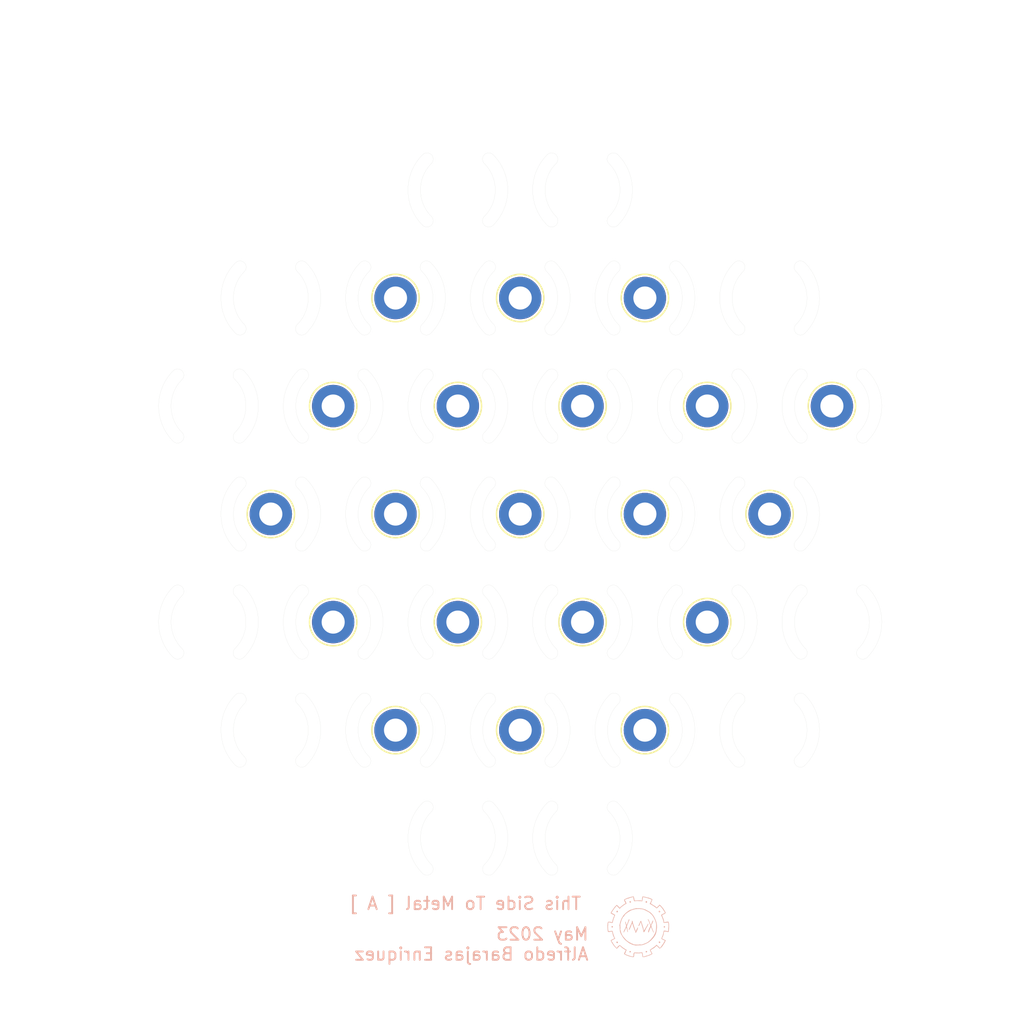
<source format=kicad_pcb>
(kicad_pcb (version 20221018) (generator pcbnew)
  (layers (0 "F.Cu" signal) (31 "B.Cu" signal) (34 "B.Paste" user) (35 "F.Paste" user) (36 "B.SilkS" user "B.Silkscreen") (37 "F.SilkS" user "F.Silkscreen") (38 "B.Mask" user) (39 "F.Mask" user) (44 "Edge.Cuts" user))
  (net 0 "")
  (footprint "TestPoint:TestPoint_Loop_D2.50mm_Drill1.85mm" (layer "F.Cu") (at 65.276263 53.878737)
    (fp_text reference "CH10" hide)
    (fp_text value "READOUT")
    (pad "1" thru_hole circle (at 0 0) (size 3.4 3.4) (drill 1.85) (layers "*.Cu" "*.Mask"))
  )
  (footprint "TestPoint:TestPoint_Loop_D2.50mm_Drill1.85mm" (layer "F.Cu") (at 50.276263 62.538737)
    (fp_text reference "CH12" hide)
    (fp_text value "READOUT")
    (pad "1" thru_hole circle (at 0 0) (size 3.4 3.4) (drill 1.85) (layers "*.Cu" "*.Mask"))
  )
  (footprint "TestPoint:TestPoint_Loop_D2.50mm_Drill1.85mm" (layer "F.Cu") (at 35.276263 53.878737)
    (fp_text reference "CH1" hide)
    (fp_text value "READOUT")
    (pad "1" thru_hole circle (at 0 0) (size 3.4 3.4) (drill 1.85) (layers "*.Cu" "*.Mask"))
  )
  (footprint "TestPoint:TestPoint_Loop_D2.50mm_Drill1.85mm" (layer "F.Cu") (at 40.276263 62.538737)
    (fp_text reference "CH1" hide)
    (fp_text value "READOUT")
    (pad "1" thru_hole circle (at 0 0) (size 3.4 3.4) (drill 1.85) (layers "*.Cu" "*.Mask"))
  )
  (footprint "TestPoint:TestPoint_Loop_D2.50mm_Drill1.85mm" (layer "F.Cu") (at 60.276263 62.538737)
    (fp_text reference "CH13" hide)
    (fp_text value "READOUT")
    (pad "1" thru_hole circle (at 0 0) (size 3.4 3.4) (drill 1.85) (layers "*.Cu" "*.Mask"))
  )
  (footprint "TestPoint:TestPoint_Loop_D2.50mm_Drill1.85mm" (layer "F.Cu") (at 75.276263 53.878737)
    (fp_text reference "CH11" hide)
    (fp_text value "READOUT")
    (pad "1" thru_hole circle (at 0 0) (size 3.4 3.4) (drill 1.85) (layers "*.Cu" "*.Mask"))
  )
  (footprint "TestPoint:TestPoint_Loop_D2.50mm_Drill1.85mm" (layer "F.Cu") (at 55.276263 53.878737)
    (fp_text reference "CH9" hide)
    (fp_text value "READOUT")
    (pad "1" thru_hole circle (at 0 0) (size 3.4 3.4) (drill 1.85) (layers "*.Cu" "*.Mask"))
  )
  (footprint "TestPoint:TestPoint_Loop_D2.50mm_Drill1.85mm" (layer "F.Cu") (at 65.276263 36.558737)
    (fp_text reference "CH3" hide)
    (fp_text value "READOUT")
    (pad "1" thru_hole circle (at 0 0) (size 3.4 3.4) (drill 1.85) (layers "*.Cu" "*.Mask"))
  )
  (footprint "TestPoint:TestPoint_Loop_D2.50mm_Drill1.85mm" (layer "F.Cu") (at 55.276263 36.558737)
    (fp_text reference "CH2" hide)
    (fp_text value "READOUT")
    (pad "1" thru_hole circle (at 0 0) (size 3.4 3.4) (drill 1.85) (layers "*.Cu" "*.Mask"))
  )
  (footprint "TestPoint:TestPoint_Loop_D2.50mm_Drill1.85mm" (layer "F.Cu") (at 45.276263 71.198737)
    (fp_text reference "CH1" hide)
    (fp_text value "READOUT")
    (pad "1" thru_hole circle (at 0 0) (size 3.4 3.4) (drill 1.85) (layers "*.Cu" "*.Mask"))
  )
  (footprint "TestPoint:TestPoint_Loop_D2.50mm_Drill1.85mm" (layer "F.Cu") (at 60.276263 45.218737)
    (fp_text reference "CH5" hide)
    (fp_text value "READOUT")
    (pad "1" thru_hole circle (at 0 0) (size 3.4 3.4) (drill 1.85) (layers "*.Cu" "*.Mask"))
  )
  (footprint "TestPoint:TestPoint_Loop_D2.50mm_Drill1.85mm" (layer "F.Cu") (at 50.276263 45.218737)
    (fp_text reference "CH4" hide)
    (fp_text value "READOUT")
    (pad "1" thru_hole circle (at 0 0) (size 3.4 3.4) (drill 1.85) (layers "*.Cu" "*.Mask"))
  )
  (footprint "TestPoint:TestPoint_Loop_D2.50mm_Drill1.85mm" (layer "F.Cu") (at 70.276263 62.538737)
    (fp_text reference "CH14" hide)
    (fp_text value "READOUT")
    (pad "1" thru_hole circle (at 0 0) (size 3.4 3.4) (drill 1.85) (layers "*.Cu" "*.Mask"))
  )
  (footprint "TestPoint:TestPoint_Loop_D2.50mm_Drill1.85mm" (layer "F.Cu") (at 80.276263 45.218737)
    (fp_text reference "CH7" hide)
    (fp_text value "READOUT")
    (pad "1" thru_hole circle (at 0 0) (size 3.4 3.4) (drill 1.85) (layers "*.Cu" "*.Mask"))
  )
  (footprint "TestPoint:TestPoint_Loop_D2.50mm_Drill1.85mm" (layer "F.Cu") (at 55.276263 71.198737)
    (fp_text reference "CH15" hide)
    (fp_text value "READOUT")
    (pad "1" thru_hole circle (at 0 0) (size 3.4 3.4) (drill 1.85) (layers "*.Cu" "*.Mask"))
  )
  (footprint "TestPoint:TestPoint_Loop_D2.50mm_Drill1.85mm" (layer "F.Cu") (at 45.276263 53.878737)
    (fp_text reference "CH8" hide)
    (fp_text value "READOUT")
    (pad "1" thru_hole circle (at 0 0) (size 3.4 3.4) (drill 1.85) (layers "*.Cu" "*.Mask"))
  )
  (footprint "TestPoint:TestPoint_Loop_D2.50mm_Drill1.85mm" (layer "F.Cu") (at 65.276263 71.198737)
    (fp_text reference "CH16" hide)
    (fp_text value "READOUT")
    (pad "1" thru_hole circle (at 0 0) (size 3.4 3.4) (drill 1.85) (layers "*.Cu" "*.Mask"))
  )
  (footprint "TestPoint:TestPoint_Loop_D2.50mm_Drill1.85mm" (layer "F.Cu") (at 40.276263 45.218737)
    (fp_text reference "CH1" hide)
    (fp_text value "READOUT")
    (pad "1" thru_hole circle (at 0 0) (size 3.4 3.4) (drill 1.85) (layers "*.Cu" "*.Mask"))
  )
  (footprint "TestPoint:TestPoint_Loop_D2.50mm_Drill1.85mm" (layer "F.Cu") (at 70.276263 45.218737)
    (fp_text reference "CH6" hide)
    (fp_text value "READOUT")
    (pad "1" thru_hole circle (at 0 0) (size 3.4 3.4) (drill 1.85) (layers "*.Cu" "*.Mask"))
  )
  (footprint "TestPoint:TestPoint_Loop_D2.50mm_Drill1.85mm" (layer "F.Cu") (at 45.276263 36.558737)
    (fp_text reference "CH1" hide)
    (fp_text value "READOUT")
    (pad "1" thru_hole circle (at 0 0) (size 3.4 3.4) (drill 1.85) (layers "*.Cu" "*.Mask"))
  )
  (footprint "LOGO" (layer "B.Cu") (at 64.741641 86.928581 180)
    (fp_text reference "G***" hide)
    (fp_text value "LOGO" hide)
  )
  (gr_arc (start 42.448106 68.370578) (mid 43.155212 68.370578) (end 43.155212 69.077684) (stroke (width 0.01)) (layer "Edge.Cuts"))
  (gr_arc (start 47.397964 34.437261) (mid 47.397964 33.730155) (end 48.10507 33.730155) (stroke (width 0.01)) (layer "Edge.Cuts"))
  (gr_arc (start 63.155323 73.319901) (mid 63.155323 74.027119) (end 62.448105 74.027119) (stroke (width 0.01)) (layer "Edge.Cuts"))
  (gr_arc (start 78.105071 74.027543) (mid 77.397853 74.027543) (end 77.397853 73.320325) (stroke (width 0.01)) (layer "Edge.Cuts"))
  (gr_arc (start 43.105071 48.047543) (mid 42.397853 48.047543) (end 42.397853 47.340325) (stroke (width 0.01)) (layer "Edge.Cuts"))
  (gr_arc (start 58.105069 56.707543) (mid 57.397851 56.707543) (end 57.397851 56.000325) (stroke (width 0.01)) (layer "Edge.Cuts"))
  (gr_arc (start 73.155323 55.999901) (mid 72.276643 53.878581) (end 73.155323 51.757261) (stroke (width 0.01)) (layer "Edge.Cuts"))
  (gr_arc (start 52.448107 74.026895) (mid 51.276645 71.198737) (end 52.448107 68.370579) (stroke (width 0.01)) (layer "Edge.Cuts"))
  (gr_arc (start 58.155323 64.659901) (mid 57.276643 62.538581) (end 58.155323 60.417261) (stroke (width 0.01)) (layer "Edge.Cuts"))
  (gr_arc (start 63.105071 48.047543) (mid 62.397853 48.047543) (end 62.397853 47.340325) (stroke (width 0.01)) (layer "Edge.Cuts"))
  (gr_arc (start 63.155323 38.679901) (mid 62.276643 36.558581) (end 63.155323 34.437261) (stroke (width 0.01)) (layer "Edge.Cuts"))
  (gr_arc (start 78.105069 51.050155) (mid 79.276642 53.878581) (end 78.105069 56.707007) (stroke (width 0.01)) (layer "Edge.Cuts"))
  (gr_arc (start 63.105071 30.727543) (mid 62.397853 30.727543) (end 62.397853 30.020325) (stroke (width 0.01)) (layer "Edge.Cuts"))
  (gr_arc (start 42.397852 60.41715) (mid 43.276642 62.538737) (end 42.397852 64.660324) (stroke (width 0.01)) (layer "Edge.Cuts"))
  (gr_arc (start 82.397964 43.097261) (mid 82.397964 42.390155) (end 83.10507 42.390155) (stroke (width 0.01)) (layer "Edge.Cuts"))
  (gr_arc (start 68.155323 47.339901) (mid 67.276643 45.218581) (end 68.155323 43.097261) (stroke (width 0.01)) (layer "Edge.Cuts"))
  (gr_arc (start 67.397964 51.757261) (mid 67.397964 51.050155) (end 68.10507 51.050155) (stroke (width 0.01)) (layer "Edge.Cuts"))
  (gr_arc (start 57.397964 34.437261) (mid 57.397964 33.730155) (end 58.10507 33.730155) (stroke (width 0.01)) (layer "Edge.Cuts"))
  (gr_arc (start 32.448106 33.730578) (mid 33.155212 33.730578) (end 33.155212 34.437684) (stroke (width 0.01)) (layer "Edge.Cuts"))
  (gr_arc (start 37.448106 42.390578) (mid 38.155212 42.390578) (end 38.155212 43.097684) (stroke (width 0.01)) (layer "Edge.Cuts"))
  (gr_circle (center 85.587152 71.378737) (end 88.587152 71.378737) (stroke (width 0.001)) (fill none) (layer "Edge.Cuts"))
  (gr_arc (start 62.448107 39.386895) (mid 61.276645 36.558737) (end 62.448107 33.730579) (stroke (width 0.01)) (layer "Edge.Cuts"))
  (gr_arc (start 57.448106 59.710578) (mid 58.155212 59.710578) (end 58.155212 60.417684) (stroke (width 0.01)) (layer "Edge.Cuts"))
  (gr_arc (start 68.105069 51.050155) (mid 69.276642 53.878581) (end 68.105069 56.707007) (stroke (width 0.01)) (layer "Edge.Cuts"))
  (gr_arc (start 72.397964 43.097261) (mid 72.397964 42.390155) (end 73.10507 42.390155) (stroke (width 0.01)) (layer "Edge.Cuts"))
  (gr_arc (start 83.105069 59.710155) (mid 84.276642 62.538581) (end 83.105069 65.367007) (stroke (width 0.01)) (layer "Edge.Cuts"))
  (gr_arc (start 38.105069 33.730155) (mid 39.276642 36.558581) (end 38.105069 39.387007) (stroke (width 0.01)) (layer "Edge.Cuts"))
  (gr_arc (start 53.105071 65.367543) (mid 52.397853 65.367543) (end 52.397853 64.660325) (stroke (width 0.01)) (layer "Edge.Cuts"))
  (gr_arc (start 67.397852 69.07715) (mid 68.276642 71.198737) (end 67.397852 73.320324) (stroke (width 0.01)) (layer "Edge.Cuts"))
  (gr_arc (start 38.155323 64.659901) (mid 38.155323 65.367119) (end 37.448105 65.367119) (stroke (width 0.01)) (layer "Edge.Cuts"))
  (gr_arc (start 53.155323 73.319901) (mid 53.155323 74.027119) (end 52.448105 74.027119) (stroke (width 0.01)) (layer "Edge.Cuts"))
  (gr_arc (start 52.448107 39.386895) (mid 51.276645 36.558737) (end 52.448107 33.730579) (stroke (width 0.01)) (layer "Edge.Cuts"))
  (gr_arc (start 43.155323 38.679901) (mid 42.276643 36.558581) (end 43.155323 34.437261) (stroke (width 0.01)) (layer "Edge.Cuts"))
  (gr_arc (start 67.448106 42.390578) (mid 68.155212 42.390578) (end 68.155212 43.097684) (stroke (width 0.01)) (layer "Edge.Cuts"))
  (gr_arc (start 48.155323 81.979901) (mid 48.155323 82.687119) (end 47.448105 82.687119) (stroke (width 0.01)) (layer "Edge.Cuts"))
  (gr_arc (start 48.105071 74.027543) (mid 47.397853 74.027543) (end 47.397853 73.320325) (stroke (width 0.01)) (layer "Edge.Cuts"))
  (gr_arc (start 38.105069 51.050155) (mid 39.276642 53.878581) (end 38.105069 56.707007) (stroke (width 0.01)) (layer "Edge.Cuts"))
  (gr_arc (start 47.448107 65.366895) (mid 46.276645 62.538737) (end 47.448107 59.710579) (stroke (width 0.01)) (layer "Edge.Cuts"))
  (gr_arc (start 62.448106 51.050578) (mid 63.155212 51.050578) (end 63.155212 51.757684) (stroke (width 0.01)) (layer "Edge.Cuts"))
  (gr_arc (start 72.397964 60.417261) (mid 72.397964 59.710155) (end 73.10507 59.710155) (stroke (width 0.01)) (layer "Edge.Cuts"))
  (gr_arc (start 47.397964 69.077261) (mid 47.397964 68.370155) (end 48.10507 68.370155) (stroke (width 0.01)) (layer "Edge.Cuts"))
  (gr_arc (start 42.448106 33.730578) (mid 43.155212 33.730578) (end 43.155212 34.437684) (stroke (width 0.01)) (layer "Edge.Cuts"))
  (gr_arc (start 62.397852 60.41715) (mid 63.276642 62.538737) (end 62.397852 64.660324) (stroke (width 0.01)) (layer "Edge.Cuts"))
  (gr_arc (start 37.448106 59.710578) (mid 38.155212 59.710578) (end 38.155212 60.417684) (stroke (width 0.01)) (layer "Edge.Cuts"))
  (gr_arc (start 58.155323 30.019901) (mid 57.276643 27.898581) (end 58.155323 25.777261) (stroke (width 0.01)) (layer "Edge.Cuts"))
  (gr_arc (start 43.105069 42.390155) (mid 44.276642 45.218581) (end 43.105069 48.047007) (stroke (width 0.01)) (layer "Edge.Cuts"))
  (gr_arc (start 63.105069 59.710155) (mid 64.276642 62.538581) (end 63.105069 65.367007) (stroke (width 0.01)) (layer "Edge.Cuts"))
  (gr_arc (start 63.105071 65.367543) (mid 62.397853 65.367543) (end 62.397853 64.660325) (stroke (width 0.01)) (layer "Edge.Cuts"))
  (gr_arc (start 63.155323 38.679901) (mid 63.155323 39.387119) (end 62.448105 39.387119) (stroke (width 0.01)) (layer "Edge.Cuts"))
  (gr_arc (start 37.397852 34.43715) (mid 38.276642 36.558737) (end 37.397852 38.680324) (stroke (width 0.01)) (layer "Edge.Cuts"))
  (gr_arc (start 73.105071 65.367543) (mid 72.397853 65.367543) (end 72.397853 64.660325) (stroke (width 0.01)) (layer "Edge.Cuts"))
  (gr_arc (start 77.448107 65.366895) (mid 76.276645 62.538737) (end 77.448107 59.710579) (stroke (width 0.01)) (layer "Edge.Cuts"))
  (gr_arc (start 32.448107 39.386895) (mid 31.276645 36.558737) (end 32.448107 33.730579) (stroke (width 0.01)) (layer "Edge.Cuts"))
  (gr_arc (start 73.105071 48.047543) (mid 72.397853 48.047543) (end 72.397853 47.340325) (stroke (width 0.01)) (layer "Edge.Cuts"))
  (gr_arc (start 67.448107 48.046895) (mid 66.276645 45.218737) (end 67.448107 42.390579) (stroke (width 0.01)) (layer "Edge.Cuts"))
  (gr_arc (start 38.105071 56.707543) (mid 37.397853 56.707543) (end 37.397853 56.000325) (stroke (width 0.01)) (layer "Edge.Cuts"))
  (gr_arc (start 42.448107 74.026895) (mid 41.276645 71.198737) (end 42.448107 68.370579) (stroke (width 0.01)) (layer "Edge.Cuts"))
  (gr_arc (start 48.155323 30.019901) (mid 47.276643 27.898581) (end 48.155323 25.777261) (stroke (width 0.01)) (layer "Edge.Cuts"))
  (gr_arc (start 77.397852 51.75715) (mid 78.276642 53.878737) (end 77.397852 56.000324) (stroke (width 0.01)) (layer "Edge.Cuts"))
  (gr_arc (start 47.448106 59.710578) (mid 48.155212 59.710578) (end 48.155212 60.417684) (stroke (width 0.01)) (layer "Edge.Cuts"))
  (gr_arc (start 52.397852 43.09715) (mid 53.276642 45.218737) (end 52.397852 47.340324) (stroke (width 0.01)) (layer "Edge.Cuts"))
  (gr_arc (start 57.448106 77.030578) (mid 58.155212 77.030578) (end 58.155212 77.737684) (stroke (width 0.01)) (layer "Edge.Cuts"))
  (gr_arc (start 52.448105 56.706895) (mid 51.276643 53.878737) (end 52.448105 51.050579) (stroke (width 0.01)) (layer "Edge.Cuts"))
  (gr_arc (start 47.448107 48.046895) (mid 46.276645 45.218737) (end 47.448107 42.390579) (stroke (width 0.01)) (layer "Edge.Cuts"))
  (gr_arc (start 42.448107 39.386895) (mid 41.276645 36.558737) (end 42.448107 33.730579) (stroke (width 0.01)) (layer "Edge.Cuts"))
  (gr_arc (start 53.155321 55.999901) (mid 53.155321 56.707119) (end 52.448103 56.707119) (stroke (width 0.01)) (layer "Edge.Cuts"))
  (gr_arc (start 42.397964 43.097261) (mid 42.397964 42.390155) (end 43.10507 42.390155) (stroke (width 0.01)) (layer "Edge.Cuts"))
  (gr_arc (start 73.105069 59.710155) (mid 74.276642 62.538581) (end 73.105069 65.367007) (stroke (width 0.01)) (layer "Edge.Cuts"))
  (gr_arc (start 57.397852 34.43715) (mid 58.276642 36.558737) (end 57.397852 38.680324) (stroke (width 0.01)) (layer "Edge.Cuts"))
  (gr_arc (start 48.105071 39.387543) (mid 47.397853 39.387543) (end 47.397853 38.680325) (stroke (width 0.01)) (layer "Edge.Cuts"))
  (gr_arc (start 62.448106 33.730578) (mid 63.155212 33.730578) (end 63.155212 34.437684) (stroke (width 0.01)) (layer "Edge.Cuts"))
  (gr_arc (start 43.105071 65.367543) (mid 42.397853 65.367543) (end 42.397853 64.660325) (stroke (width 0.01)) (layer "Edge.Cuts"))
  (gr_arc (start 32.397852 60.41715) (mid 33.276642 62.538737) (end 32.397852 64.660324) (stroke (width 0.01)) (layer "Edge.Cuts"))
  (gr_arc (start 32.448106 51.050578) (mid 33.155212 51.050578) (end 33.155212 51.757684) (stroke (width 0.01)) (layer "Edge.Cuts"))
  (gr_arc (start 52.397964 43.097261) (mid 52.397964 42.390155) (end 53.10507 42.390155) (stroke (width 0.01)) (layer "Edge.Cuts"))
  (gr_arc (start 32.397964 43.097261) (mid 32.397964 42.390155) (end 33.10507 42.390155) (stroke (width 0.01)) (layer "Edge.Cuts"))
  (gr_arc (start 53.155323 38.679901) (mid 53.155323 39.387119) (end 52.448105 39.387119) (stroke (width 0.01)) (layer "Edge.Cuts"))
  (gr_arc (start 53.105071 82.687543) (mid 52.397853 82.687543) (end 52.397853 81.980325) (stroke (width 0.01)) (layer "Edge.Cuts"))
  (gr_arc (start 78.155323 64.659901) (mid 78.155323 65.367119) (end 77.448105 65.367119) (stroke (width 0.01)) (layer "Edge.Cuts"))
  (gr_arc (start 27.448107 65.366895) (mid 26.276645 62.538737) (end 27.448107 59.710579) (stroke (width 0.01)) (layer "Edge.Cuts"))
  (gr_arc (start 62.448107 74.026895) (mid 61.276645 71.198737) (end 62.448107 68.370579) (stroke (width 0.01)) (layer "Edge.Cuts"))
  (gr_arc (start 63.105069 25.070155) (mid 64.276642 27.898581) (end 63.105069 30.727007) (stroke (width 0.01)) (layer "Edge.Cuts"))
  (gr_arc (start 58.105071 39.387543) (mid 57.397853 39.387543) (end 57.397853 38.680325) (stroke (width 0.01)) (layer "Edge.Cuts"))
  (gr_arc (start 32.397852 43.09715) (mid 33.276642 45.218737) (end 32.397852 47.340324) (stroke (width 0.01)) (layer "Edge.Cuts"))
  (gr_arc (start 78.105069 68.370155) (mid 79.276642 71.198581) (end 78.105069 74.027007) (stroke (width 0.01)) (layer "Edge.Cuts"))
  (gr_arc (start 72.397852 43.09715) (mid 73.276642 45.218737) (end 72.397852 47.340324) (stroke (width 0.01)) (layer "Edge.Cuts"))
  (gr_arc (start 72.448107 39.386895) (mid 71.276645 36.558737) (end 72.448107 33.730579) (stroke (width 0.01)) (layer "Edge.Cuts"))
  (gr_arc (start 58.105071 74.027543) (mid 57.397853 74.027543) (end 57.397853 73.320325) (stroke (width 0.01)) (layer "Edge.Cuts"))
  (gr_arc (start 33.105069 42.390155) (mid 34.276642 45.218581) (end 33.105069 48.047007) (stroke (width 0.01)) (layer "Edge.Cuts"))
  (gr_arc (start 47.397852 51.75715) (mid 48.276642 53.878737) (end 47.397852 56.000324) (stroke (width 0.01)) (layer "Edge.Cuts"))
  (gr_arc (start 63.155323 55.999901) (mid 63.155323 56.707119) (end 62.448105 56.707119) (stroke (width 0.01)) (layer "Edge.Cuts"))
  (gr_arc (start 77.397852 34.43715) (mid 78.276642 36.558737) (end 77.397852 38.680324) (stroke (width 0.01)) (layer "Edge.Cuts"))
  (gr_arc (start 58.105067 51.050155) (mid 59.27664 53.878581) (end 58.105067 56.707007) (stroke (width 0.01)) (layer "Edge.Cuts"))
  (gr_arc (start 52.397852 77.73715) (mid 53.276642 79.858737) (end 52.397852 81.980324) (stroke (width 0.01)) (layer "Edge.Cuts"))
  (gr_arc (start 67.448106 59.710578) (mid 68.155212 59.710578) (end 68.155212 60.417684) (stroke (width 0.01)) (layer "Edge.Cuts"))
  (gr_arc (start 28.155323 64.659901) (mid 28.155323 65.367119) (end 27.448105 65.367119) (stroke (width 0.01)) (layer "Edge.Cuts"))
  (gr_arc (start 47.397964 51.757261) (mid 47.397964 51.050155) (end 48.10507 51.050155) (stroke (width 0.01)) (layer "Edge.Cuts"))
  (gr_arc (start 37.448107 48.046895) (mid 36.276645 45.218737) (end 37.448107 42.390579) (stroke (width 0.01)) (layer "Edge.Cuts"))
  (gr_arc (start 48.155323 47.339901) (mid 47.276643 45.218581) (end 48.155323 43.097261) (stroke (width 0.01)) (layer "Edge.Cuts"))
  (gr_arc (start 73.155323 38.679901) (mid 72.276643 36.558581) (end 73.155323 34.437261) (stroke (width 0.01)) (layer "Edge.Cuts"))
  (gr_arc (start 42.397852 43.09715) (mid 43.276642 45.218737) (end 42.397852 47.340324) (stroke (width 0.01)) (layer "Edge.Cuts"))
  (gr_arc (start 43.155323 55.999901) (mid 43.155323 56.707119) (end 42.448105 56.707119) (stroke (width 0.01)) (layer "Edge.Cuts"))
  (gr_arc (start 33.155323 38.679901) (mid 32.276643 36.558581) (end 33.155323 34.437261) (stroke (width 0.01)) (layer "Edge.Cuts"))
  (gr_arc (start 57.448107 65.366895) (mid 56.276645 62.538737) (end 57.448107 59.710579) (stroke (width 0.01)) (layer "Edge.Cuts"))
  (gr_arc (start 67.448107 65.366895) (mid 66.276645 62.538737) (end 67.448107 59.710579) (stroke (width 0.01)) (layer "Edge.Cuts"))
  (gr_arc (start 83.105069 42.390155) (mid 84.276642 45.218581) (end 83.105069 48.047007) (stroke (width 0.01)) (layer "Edge.Cuts"))
  (gr_arc (start 72.397852 60.41715) (mid 73.276642 62.538737) (end 72.397852 64.660324) (stroke (width 0.01)) (layer "Edge.Cuts"))
  (gr_arc (start 53.155323 38.679901) (mid 52.276643 36.558581) (end 53.155323 34.437261) (stroke (width 0.01)) (layer "Edge.Cuts"))
  (gr_arc (start 57.448107 30.726895) (mid 56.276645 27.898737) (end 57.448107 25.070579) (stroke (width 0.01)) (layer "Edge.Cuts"))
  (gr_arc (start 33.155323 55.999901) (mid 33.155323 56.707119) (end 32.448105 56.707119) (stroke (width 0.01)) (layer "Edge.Cuts"))
  (gr_arc (start 33.155323 38.679901) (mid 33.155323 39.387119) (end 32.448105 39.387119) (stroke (width 0.01)) (layer "Edge.Cuts"))
  (gr_arc (start 72.448106 33.730578) (mid 73.155212 33.730578) (end 73.155212 34.437684) (stroke (width 0.01)) (layer "Edge.Cuts"))
  (gr_arc (start 63.155323 73.319901) (mid 62.276643 71.198581) (end 63.155323 69.077261) (stroke (width 0.01)) (layer "Edge.Cuts"))
  (gr_arc (start 47.397852 34.43715) (mid 48.276642 36.558737) (end 47.397852 38.680324) (stroke (width 0.01)) (layer "Edge.Cuts"))
  (gr_arc (start 57.39785 51.75715) (mid 58.27664 53.878737) (end 57.39785 56.000324) (stroke (width 0.01)) (layer "Edge.Cuts"))
  (gr_arc (start 73.155323 38.679901) (mid 73.155323 39.387119) (end 72.448105 39.387119) (stroke (width 0.01)) (layer "Edge.Cuts"))
  (gr_arc (start 43.155323 73.319901) (mid 42.276643 71.198581) (end 43.155323 69.077261) (stroke (width 0.01)) (layer "Edge.Cuts"))
  (gr_arc (start 27.448106 59.710578) (mid 28.155212 59.710578) (end 28.155212 60.417684) (stroke (width 0.01)) (layer "Edge.Cuts"))
  (gr_arc (start 58.105069 68.370155) (mid 59.276642 71.198581) (end 58.105069 74.027007) (stroke (width 0.01)) (layer "Edge.Cuts"))
  (gr_arc (start 43.155323 55.999901) (mid 42.276643 53.878581) (end 43.155323 51.757261) (stroke (width 0.01)) (layer "Edge.Cuts"))
  (gr_arc (start 53.155323 73.319901) (mid 52.276643 71.198581) (end 53.155323 69.077261) (stroke (width 0.01)) (layer "Edge.Cuts"))
  (gr_arc (start 58.155323 47.339901) (mid 57.276643 45.218581) (end 58.155323 43.097261) (stroke (width 0.01)) (layer "Edge.Cuts"))
  (gr_arc (start 62.448106 68.370578) (mid 63.155212 68.370578) (end 63.155212 69.077684) (stroke (width 0.01)) (layer "Edge.Cuts"))
  (gr_arc (start 47.448107 30.726895) (mid 46.276645 27.898737) (end 47.448107 25.070579) (stroke (width 0.01)) (layer "Edge.Cuts"))
  (gr_arc (start 33.155323 73.319901) (mid 32.276643 71.198581) (end 33.155323 69.077261) (stroke (width 0.01)) (layer "Edge.Cuts"))
  (gr_arc (start 48.105069 33.730155) (mid 49.276642 36.558581) (end 48.105069 39.387007) (stroke (width 0.01)) (layer "Edge.Cuts"))
  (gr_arc (start 38.155323 47.339901) (mid 38.155323 48.047119) (end 37.448105 48.047119) (stroke (width 0.01)) (layer "Edge.Cuts"))
  (gr_arc (start 68.105069 33.730155) (mid 69.276642 36.558581) (end 68.105069 39.387007) (stroke (width 0.01)) (layer "Edge.Cuts"))
  (gr_arc (start 78.155323 47.339901) (mid 78.155323 48.047119) (end 77.448105 48.047119) (stroke (width 0.01)) (layer "Edge.Cuts"))
  (gr_arc (start 53.105069 25.070155) (mid 54.276642 27.898581) (end 53.105069 30.727007) (stroke (width 0.01)) (layer "Edge.Cuts"))
  (gr_arc (start 28.155323 64.659901) (mid 27.276643 62.538581) (end 28.155323 60.417261) (stroke (width 0.01)) (layer "Edge.Cuts"))
  (gr_arc (start 37.448107 65.366895) (mid 36.276645 62.538737) (end 37.448107 59.710579) (stroke (width 0.01)) (layer "Edge.Cuts"))
  (gr_arc (start 47.448107 82.686895) (mid 46.276645 79.858737) (end 47.448107 77.030579) (stroke (width 0.01)) (layer "Edge.Cuts"))
  (gr_arc (start 42.397964 60.417261) (mid 42.397964 59.710155) (end 43.10507 59.710155) (stroke (width 0.01)) (layer "Edge.Cuts"))
  (gr_arc (start 38.105069 68.370155) (mid 39.276642 71.198581) (end 38.105069 74.027007) (stroke (width 0.01)) (layer "Edge.Cuts"))
  (gr_arc (start 57.397852 69.07715) (mid 58.276642 71.198737) (end 57.397852 73.320324) (stroke (width 0.01)) (layer "Edge.Cuts"))
  (gr_arc (start 33.105071 48.047543) (mid 32.397853 48.047543) (end 32.397853 47.340325) (stroke (width 0.01)) (layer "Edge.Cuts"))
  (gr_arc (start 47.448106 77.030578) (mid 48.155212 77.030578) (end 48.155212 77.737684) (stroke (width 0.01)) (layer "Edge.Cuts"))
  (gr_arc (start 68.105071 74.027543) (mid 67.397853 74.027543) (end 67.397853 73.320325) (stroke (width 0.01)) (layer "Edge.Cuts"))
  (gr_arc (start 48.155323 47.339901) (mid 48.155323 48.047119) (end 47.448105 48.047119) (stroke (width 0.01)) (layer "Edge.Cuts"))
  (gr_arc (start 57.448107 48.046895) (mid 56.276645 45.218737) (end 57.448107 42.390579) (stroke (width 0.01)) (layer "Edge.Cuts"))
  (gr_arc (start 82.397852 43.09715) (mid 83.276642 45.218737) (end 82.397852 47.340324) (stroke (width 0.01)) (layer "Edge.Cuts"))
  (gr_arc (start 53.105071 30.727543) (mid 52.397853 30.727543) (end 52.397853 30.020325) (stroke (width 0.01)) (layer "Edge.Cuts"))
  (gr_arc (start 47.448106 25.070578) (mid 48.155212 25.070578) (end 48.155212 25.777684) (stroke (width 0.01)) (layer "Edge.Cuts"))
  (gr_arc (start 53.105069 42.390155) (mid 54.276642 45.218581) (end 53.105069 48.047007) (stroke (width 0.01)) (layer "Edge.Cuts"))
  (gr_arc (start 53.105069 77.030155) (mid 54.276642 79.858581) (end 53.105069 82.687007) (stroke (width 0.01)) (layer "Edge.Cuts"))
  (gr_arc (start 52.397852 60.41715) (mid 53.276642 62.538737) (end 52.397852 64.660324) (stroke (width 0.01)) (layer "Edge.Cuts"))
  (gr_arc (start 62.397852 25.77715) (mid 63.276642 27.898737) (end 62.397852 30.020324) (stroke (width 0.01)) (layer "Edge.Cuts"))
  (gr_arc (start 67.397964 69.077261) (mid 67.397964 68.370155) (end 68.10507 68.370155) (stroke (width 0.01)) (layer "Edge.Cuts"))
  (gr_arc (start 33.155323 55.999901) (mid 32.276643 53.878581) (end 33.155323 51.757261) (stroke (width 0.01)) (layer "Edge.Cuts"))
  (gr_arc (start 53.155321 55.999901) (mid 52.276641 53.878581) (end 53.155321 51.757261) (stroke (width 0.01)) (layer "Edge.Cuts"))
  (gr_arc (start 38.105071 74.027543) (mid 37.397853 74.027543) (end 37.397853 73.320325) (stroke (width 0.01)) (layer "Edge.Cuts"))
  (gr_arc (start 42.448107 56.706895) (mid 41.276645 53.878737) (end 42.448107 51.050579) (stroke (width 0.01)) (layer "Edge.Cuts"))
  (gr_arc (start 37.397852 51.75715) (mid 38.276642 53.878737) (end 37.397852 56.000324) (stroke (width 0.01)) (layer "Edge.Cuts"))
  (gr_circle (center 24.965374 71.378737) (end 27.965374 71.378737) (stroke (width 0.001)) (fill none) (layer "Edge.Cuts"))
  (gr_arc (start 62.397964 60.417261) (mid 62.397964 59.710155) (end 63.10507 59.710155) (stroke (width 0.01)) (layer "Edge.Cuts"))
  (gr_arc (start 67.397964 34.437261) (mid 67.397964 33.730155) (end 68.10507 33.730155) (stroke (width 0.01)) (layer "Edge.Cuts"))
  (gr_arc (start 52.397852 25.77715) (mid 53.276642 27.898737) (end 52.397852 30.020324) (stroke (width 0.01)) (layer "Edge.Cuts"))
  (gr_circle (center 55.276263 18.878737) (end 58.276263 18.878737) (stroke (width 0.001)) (fill none) (layer "Edge.Cuts"))
  (gr_arc (start 68.105071 39.387543) (mid 67.397853 39.387543) (end 67.397853 38.680325) (stroke (width 0.01)) (layer "Edge.Cuts"))
  (gr_arc (start 77.397964 34.437261) (mid 77.397964 33.730155) (end 78.10507 33.730155) (stroke (width 0.01)) (layer "Edge.Cuts"))
  (gr_arc (start 52.448104 51.050578) (mid 53.15521 51.050578) (end 53.15521 51.757684) (stroke (width 0.01)) (layer "Edge.Cuts"))
  (gr_arc (start 62.397964 43.097261) (mid 62.397964 42.390155) (end 63.10507 42.390155) (stroke (width 0.01)) (layer "Edge.Cuts"))
  (gr_arc (start 53.105071 48.047543) (mid 52.397853 48.047543) (end 52.397853 47.340325) (stroke (width 0.01)) (layer "Edge.Cuts"))
  (gr_arc (start 48.155323 81.979901) (mid 47.276643 79.858581) (end 48.155323 77.737261) (stroke (width 0.01)) (layer "Edge.Cuts"))
  (gr_arc (start 27.448106 42.390578) (mid 28.155212 42.390578) (end 28.155212 43.097684) (stroke (width 0.01)) (layer "Edge.Cuts"))
  (gr_arc (start 37.397964 69.077261) (mid 37.397964 68.370155) (end 38.10507 68.370155) (stroke (width 0.01)) (layer "Edge.Cuts"))
  (gr_arc (start 82.397852 60.41715) (mid 83.276642 62.538737) (end 82.397852 64.660324) (stroke (width 0.01)) (layer "Edge.Cuts"))
  (gr_arc (start 37.397964 34.437261) (mid 37.397964 33.730155) (end 38.10507 33.730155) (stroke (width 0.01)) (layer "Edge.Cuts"))
  (gr_circle (center 55.276263 53.878737) (end 95.276263 53.878737) (stroke (width 0.001)) (fill none) (layer "Edge.Cuts"))
  (gr_arc (start 63.105069 42.390155) (mid 64.276642 45.218581) (end 63.105069 48.047007) (stroke (width 0.01)) (layer "Edge.Cuts"))
  (gr_arc (start 83.105071 65.367543) (mid 82.397853 65.367543) (end 82.397853 64.660325) (stroke (width 0.01)) (layer "Edge.Cuts"))
  (gr_arc (start 68.105071 56.707543) (mid 67.397853 56.707543) (end 67.397853 56.000325) (stroke (width 0.01)) (layer "Edge.Cuts"))
  (gr_arc (start 53.105069 59.710155) (mid 54.276642 62.538581) (end 53.105069 65.367007) (stroke (width 0.01)) (layer "Edge.Cuts"))
  (gr_arc (start 32.397964 60.417261) (mid 32.397964 59.710155) (end 33.10507 59.710155) (stroke (width 0.01)) (layer "Edge.Cuts"))
  (gr_arc (start 57.448106 42.390578) (mid 58.155212 42.390578) (end 58.155212 43.097684) (stroke (width 0.01)) (layer "Edge.Cuts"))
  (gr_arc (start 47.397852 69.07715) (mid 48.276642 71.198737) (end 47.397852 73.320324) (stroke (width 0.01)) (layer "Edge.Cuts"))
  (gr_arc (start 58.105069 33.730155) (mid 59.276642 36.558581) (end 58.105069 39.387007) (stroke (width 0.01)) (layer "Edge.Cuts"))
  (gr_arc (start 77.448107 48.046895) (mid 76.276645 45.218737) (end 77.448107 42.390579) (stroke (width 0.01)) (layer "Edge.Cuts"))
  (gr_arc (start 68.105069 68.370155) (mid 69.276642 71.198581) (end 68.105069 74.027007) (stroke (width 0.01)) (layer "Edge.Cuts"))
  (gr_arc (start 78.105069 33.730155) (mid 79.276642 36.558581) (end 78.105069 39.387007) (stroke (width 0.01)) (layer "Edge.Cuts"))
  (gr_arc (start 63.155323 55.999901) (mid 62.276643 53.878581) (end 63.155323 51.757261) (stroke (width 0.01)) (layer "Edge.Cuts"))
  (gr_arc (start 32.448106 68.370578) (mid 33.155212 68.370578) (end 33.155212 69.077684) (stroke (width 0.01)) (layer "Edge.Cuts"))
  (gr_arc (start 58.155323 47.339901) (mid 58.155323 48.047119) (end 57.448105 48.047119) (stroke (width 0.01)) (layer "Edge.Cuts"))
  (gr_arc (start 62.397852 77.73715) (mid 63.276642 79.858737) (end 62.397852 81.980324) (stroke (width 0.01)) (layer "Edge.Cuts"))
  (gr_arc (start 28.155323 47.339901) (mid 28.155323 48.047119) (end 27.448105 48.047119) (stroke (width 0.01)) (layer "Edge.Cuts"))
  (gr_arc (start 37.397964 51.757261) (mid 37.397964 51.050155) (end 38.10507 51.050155) (stroke (width 0.01)) (layer "Edge.Cuts"))
  (gr_arc (start 78.155323 47.339901) (mid 77.276643 45.218581) (end 78.155323 43.097261) (stroke (width 0.01)) (layer "Edge.Cuts"))
  (gr_arc (start 28.155323 47.339901) (mid 27.276643 45.218581) (end 28.155323 43.097261) (stroke (width 0.01)) (layer "Edge.Cuts"))
  (gr_arc (start 38.105071 39.387543) (mid 37.397853 39.387543) (end 37.397853 38.680325) (stroke (width 0.01)) (layer "Edge.Cuts"))
  (gr_arc (start 32.448107 74.026895) (mid 31.276645 71.198737) (end 32.448107 68.370579) (stroke (width 0.01)) (layer "Edge.Cuts"))
  (gr_arc (start 52.448106 33.730578) (mid 53.155212 33.730578) (end 53.155212 34.437684) (stroke (width 0.01)) (layer "Edge.Cuts"))
  (gr_arc (start 52.397964 60.417261) (mid 52.397964 59.710155) (end 53.10507 59.710155) (stroke (width 0.01)) (layer "Edge.Cuts"))
  (gr_arc (start 52.397964 25.777261) (mid 52.397964 25.070155) (end 53.10507 25.070155) (stroke (width 0.01)) (layer "Edge.Cuts"))
  (gr_arc (start 33.105071 65.367543) (mid 32.397853 65.367543) (end 32.397853 64.660325) (stroke (width 0.01)) (layer "Edge.Cuts"))
  (gr_arc (start 48.105069 68.370155) (mid 49.276642 71.198581) (end 48.105069 74.027007) (stroke (width 0.01)) (layer "Edge.Cuts"))
  (gr_arc (start 63.105069 77.030155) (mid 64.276642 79.858581) (end 63.105069 82.687007) (stroke (width 0.01)) (layer "Edge.Cuts"))
  (gr_arc (start 63.105071 82.687543) (mid 62.397853 82.687543) (end 62.397853 81.980325) (stroke (width 0.01)) (layer "Edge.Cuts"))
  (gr_arc (start 72.448107 56.706895) (mid 71.276645 53.878737) (end 72.448107 51.050579) (stroke (width 0.01)) (layer "Edge.Cuts"))
  (gr_arc (start 58.155323 64.659901) (mid 58.155323 65.367119) (end 57.448105 65.367119) (stroke (width 0.01)) (layer "Edge.Cuts"))
  (gr_arc (start 33.155323 73.319901) (mid 33.155323 74.027119) (end 32.448105 74.027119) (stroke (width 0.01)) (layer "Edge.Cuts"))
  (gr_arc (start 62.448107 56.706895) (mid 61.276645 53.878737) (end 62.448107 51.050579) (stroke (width 0.01)) (layer "Edge.Cuts"))
  (gr_arc (start 67.397852 51.75715) (mid 68.276642 53.878737) (end 67.397852 56.000324) (stroke (width 0.01)) (layer "Edge.Cuts"))
  (gr_arc (start 48.105069 51.050155) (mid 49.276642 53.878581) (end 48.105069 56.707007) (stroke (width 0.01)) (layer "Edge.Cuts"))
  (gr_arc (start 73.155323 55.999901) (mid 73.155323 56.707119) (end 72.448105 56.707119) (stroke (width 0.01)) (layer "Edge.Cuts"))
  (gr_arc (start 83.105071 48.047543) (mid 82.397853 48.047543) (end 82.397853 47.340325) (stroke (width 0.01)) (layer "Edge.Cuts"))
  (gr_arc (start 73.155323 73.319901) (mid 72.276643 71.198581) (end 73.155323 69.077261) (stroke (width 0.01)) (layer "Edge.Cuts"))
  (gr_arc (start 77.448106 42.390578) (mid 78.155212 42.390578) (end 78.155212 43.097684) (stroke (width 0.01)) (layer "Edge.Cuts"))
  (gr_arc (start 57.397962 51.757261) (mid 57.397962 51.050155) (end 58.105068 51.050155) (stroke (width 0.01)) (layer "Edge.Cuts"))
  (gr_arc (start 62.397964 25.777261) (mid 62.397964 25.070155) (end 63.10507 25.070155) (stroke (width 0.01)) (layer "Edge.Cuts"))
  (gr_arc (start 78.105071 56.707543) (mid 77.397853 56.707543) (end 77.397853 56.000325) (stroke (width 0.01)) (layer "Edge.Cuts"))
  (gr_arc (start 52.448106 68.370578) (mid 53.155212 68.370578) (end 53.155212 69.077684) (stroke (width 0.01)) (layer "Edge.Cuts"))
  (gr_arc (start 78.105071 39.387543) (mid 77.397853 39.387543) (end 77.397853 38.680325) (stroke (width 0.01)) (layer "Edge.Cuts"))
  (gr_arc (start 77.397964 51.757261) (mid 77.397964 51.050155) (end 78.10507 51.050155) (stroke (width 0.01)) (layer "Edge.Cuts"))
  (gr_arc (start 57.397964 69.077261) (mid 57.397964 68.370155) (end 58.10507 68.370155) (stroke (width 0.01)) (layer "Edge.Cuts"))
  (gr_arc (start 68.155323 64.659901) (mid 67.276643 62.538581) (end 68.155323 60.417261) (stroke (width 0.01)) (layer "Edge.Cuts"))
  (gr_arc (start 48.155323 64.659901) (mid 48.155323 65.367119) (end 47.448105 65.367119) (stroke (width 0.01)) (layer "Edge.Cuts"))
  (gr_arc (start 43.155323 73.319901) (mid 43.155323 74.027119) (end 42.448105 74.027119) (stroke (width 0.01)) (layer "Edge.Cuts"))
  (gr_arc (start 73.105069 42.390155) (mid 74.276642 45.218581) (end 73.105069 48.047007) (stroke (width 0.01)) (layer "Edge.Cuts"))
  (gr_arc (start 48.105071 56.707543) (mid 47.397853 56.707543) (end 47.397853 56.000325) (stroke (width 0.01)) (layer "Edge.Cuts"))
  (gr_arc (start 43.105069 59.710155) (mid 44.276642 62.538581) (end 43.105069 65.367007) (stroke (width 0.01)) (layer "Edge.Cuts"))
  (gr_arc (start 52.397964 77.737261) (mid 52.397964 77.030155) (end 53.10507 77.030155) (stroke (width 0.01)) (layer "Edge.Cuts"))
  (gr_arc (start 67.397852 34.43715) (mid 68.276642 36.558737) (end 67.397852 38.680324) (stroke (width 0.01)) (layer "Edge.Cuts"))
  (gr_arc (start 38.155323 47.339901) (mid 37.276643 45.218581) (end 38.155323 43.097261) (stroke (width 0.01)) (layer "Edge.Cuts"))
  (gr_arc (start 37.397852 69.07715) (mid 38.276642 71.198737) (end 37.397852 73.320324) (stroke (width 0.01)) (layer "Edge.Cuts"))
  (gr_arc (start 58.155323 81.979901) (mid 57.276643 79.858581) (end 58.155323 77.737261) (stroke (width 0.01)) (layer "Edge.Cuts"))
  (gr_arc (start 57.448107 82.686895) (mid 56.276645 79.858737) (end 57.448107 77.030579) (stroke (width 0.01)) (layer "Edge.Cuts"))
  (gr_arc (start 73.155323 73.319901) (mid 73.155323 74.027119) (end 72.448105 74.027119) (stroke (width 0.01)) (layer "Edge.Cuts"))
  (gr_arc (start 38.155323 64.659901) (mid 37.276643 62.538581) (end 38.155323 60.417261) (stroke (width 0.01)) (layer "Edge.Cuts"))
  (gr_arc (start 82.397964 60.417261) (mid 82.397964 59.710155) (end 83.10507 59.710155) (stroke (width 0.01)) (layer "Edge.Cuts"))
  (gr_arc (start 77.397852 69.07715) (mid 78.276642 71.198737) (end 77.397852 73.320324) (stroke (width 0.01)) (layer "Edge.Cuts"))
  (gr_arc (start 72.448106 51.050578) (mid 73.155212 51.050578) (end 73.155212 51.757684) (stroke (width 0.01)) (layer "Edge.Cuts"))
  (gr_arc (start 72.448107 74.026895) (mid 71.276645 71.198737) (end 72.448107 68.370579) (stroke (width 0.01)) (layer "Edge.Cuts"))
  (gr_arc (start 58.155323 30.019901) (mid 58.155323 30.727119) (end 57.448105 30.727119) (stroke (width 0.01)) (layer "Edge.Cuts"))
  (gr_arc (start 27.448107 48.046895) (mid 26.276645 45.218737) (end 27.448107 42.390579) (stroke (width 0.01)) (layer "Edge.Cuts"))
  (gr_arc (start 32.448107 56.706895) (mid 31.276645 53.878737) (end 32.448107 51.050579) (stroke (width 0.01)) (layer "Edge.Cuts"))
  (gr_arc (start 33.105069 59.710155) (mid 34.276642 62.538581) (end 33.105069 65.367007) (stroke (width 0.01)) (layer "Edge.Cuts"))
  (gr_arc (start 77.448106 59.710578) (mid 78.155212 59.710578) (end 78.155212 60.417684) (stroke (width 0.01)) (layer "Edge.Cuts"))
  (gr_arc (start 62.397852 43.09715) (mid 63.276642 45.218737) (end 62.397852 47.340324) (stroke (width 0.01)) (layer "Edge.Cuts"))
  (gr_arc (start 58.155323 81.979901) (mid 58.155323 82.687119) (end 57.448105 82.687119) (stroke (width 0.01)) (layer "Edge.Cuts"))
  (gr_arc (start 42.448106 51.050578) (mid 43.155212 51.050578) (end 43.155212 51.757684) (stroke (width 0.01)) (layer "Edge.Cuts"))
  (gr_arc (start 57.448106 25.070578) (mid 58.155212 25.070578) (end 58.155212 25.777684) (stroke (width 0.01)) (layer "Edge.Cuts"))
  (gr_arc (start 68.155323 47.339901) (mid 68.155323 48.047119) (end 67.448105 48.047119) (stroke (width 0.01)) (layer "Edge.Cuts"))
  (gr_arc (start 72.448106 68.370578) (mid 73.155212 68.370578) (end 73.155212 69.077684) (stroke (width 0.01)) (layer "Edge.Cuts"))
  (gr_arc (start 48.155323 30.019901) (mid 48.155323 30.727119) (end 47.448105 30.727119) (stroke (width 0.01)) (layer "Edge.Cuts"))
  (gr_arc (start 77.397964 69.077261) (mid 77.397964 68.370155) (end 78.10507 68.370155) (stroke (width 0.01)) (layer "Edge.Cuts"))
  (gr_arc (start 43.155323 38.679901) (mid 43.155323 39.387119) (end 42.448105 39.387119) (stroke (width 0.01)) (layer "Edge.Cuts"))
  (gr_arc (start 62.397964 77.737261) (mid 62.397964 77.030155) (end 63.10507 77.030155) (stroke (width 0.01)) (layer "Edge.Cuts"))
  (gr_arc (start 48.155323 64.659901) (mid 47.276643 62.538581) (end 48.155323 60.417261) (stroke (width 0.01)) (layer "Edge.Cuts"))
  (gr_arc (start 68.155323 64.659901) (mid 68.155323 65.367119) (end 67.448105 65.367119) (stroke (width 0.01)) (layer "Edge.Cuts"))
  (gr_arc (start 78.155323 64.659901) (mid 77.276643 62.538581) (end 78.155323 60.417261) (stroke (width 0.01)) (layer "Edge.Cuts"))
  (gr_arc (start 47.448106 42.390578) (mid 48.155212 42.390578) (end 48.155212 43.097684) (stroke (width 0.01)) (layer "Edge.Cuts"))
  (gr_text "May 2023\nAlfredo Barajas Enriquez\n" (at 60.841641 89.738581) (layer "B.SilkS") (effects (font (size 1 1)) (justify left bottom mirror)))
  (gr_text "This Side To Metal [ A ]\n" (at 60.246641 85.678581) (layer "B.SilkS") (effects (font (size 1 1)) (justify left bottom mirror)))
)
</source>
